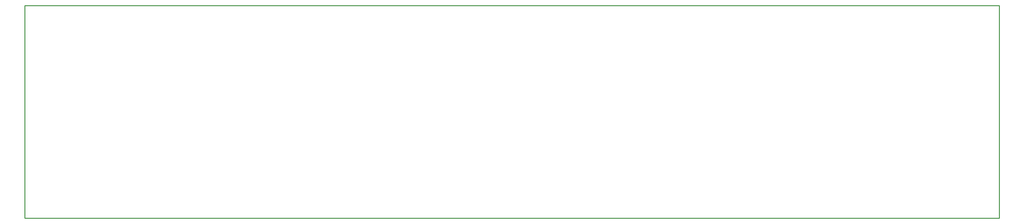
<source format=gko>
G04 Layer: BoardOutlineLayer*
G04 EasyEDA v6.5.32, 2023-07-25 17:33:38*
G04 0e047b32cf204c8d8061d642989ecc76,5a6b42c53f6a479593ecc07194224c93,10*
G04 Gerber Generator version 0.2*
G04 Scale: 100 percent, Rotated: No, Reflected: No *
G04 Dimensions in millimeters *
G04 leading zeros omitted , absolute positions ,4 integer and 5 decimal *
%FSLAX45Y45*%
%MOMM*%

%ADD10C,0.2540*%
D10*
X635000Y20955000D02*
G01*
X27305000Y20955000D01*
X27305000Y15113000D01*
X635000Y15113000D01*
X635000Y20955000D01*

%LPD*%
M02*

</source>
